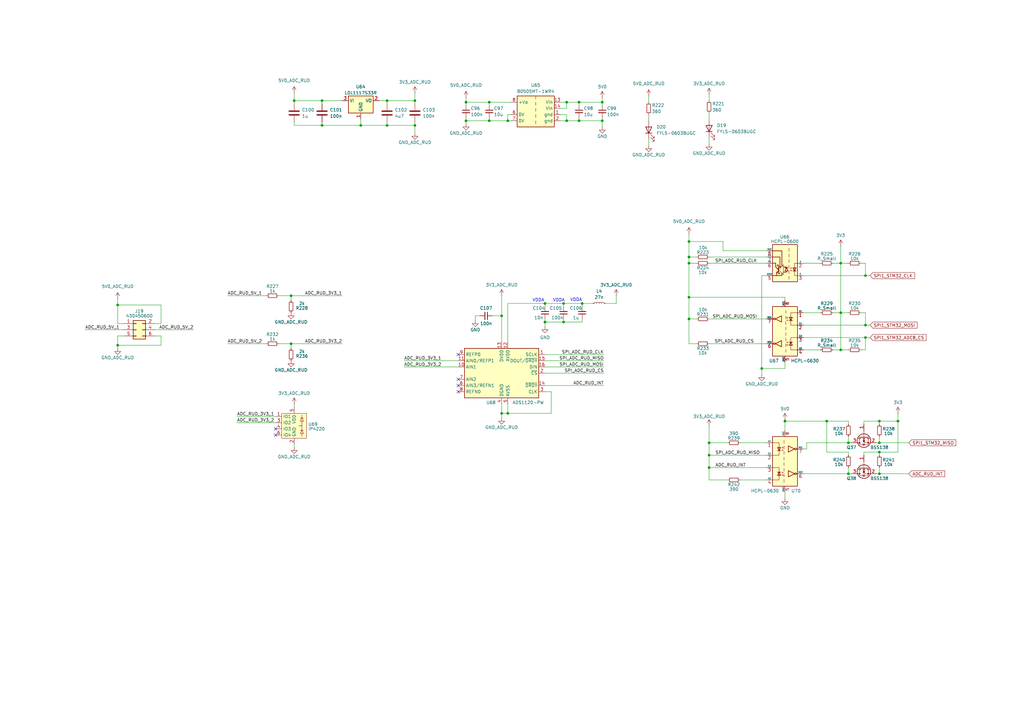
<source format=kicad_sch>
(kicad_sch (version 20231120) (generator "eeschema") (generator_version "8.0")
  (paper "A3")
  (lib_symbols
    (symbol "Analog_ADC:ADS1120-PW"
      (property "Reference" "U50" (at -6.35 -12.065 0))
      (property "Value" "ADS1120-PW" (at 4.445 -12.065 0))
      (symbol "ADS1120-PW_1_1"
        (pin input line (at 17.78 7.62 180) (length 2.54) (name "SCLK") (number "1"))
        (pin input line (at -17.78 2.54 0) (length 2.54) (name "AIN1") (number "10"))
        (pin input line (at -17.78 5.08 0) (length 2.54) (name "AIN0/REFP1") (number "11"))
        (pin power_in line (at 2.54 12.7 270) (length 2.54) (name "AVDD") (number "12"))
        (pin power_in line (at 0 12.7 270) (length 2.54) (name "DVDD") (number "13"))
        (pin output line (at 17.78 -5.08 180) (length 2.54) (name "~{DRDY}") (number "14"))
        (pin output line (at 17.78 5.08 180) (length 2.54) (name "DOUT/~{DRDY}") (number "15"))
        (pin input line (at 17.78 2.54 180) (length 2.54) (name "DIN") (number "16"))
        (pin input line (at 17.78 0 180) (length 2.54) (name "~{CS}") (number "2"))
        (pin input line (at 17.78 -7.62 180) (length 2.54) (name "CLK") (number "3"))
        (pin power_in line (at 0 -12.7 90) (length 2.54) (name "DGND") (number "4"))
        (pin power_in line (at 2.54 -12.7 90) (length 2.54) (name "AVSS") (number "5"))
        (pin input line (at -17.78 -5.08 0) (length 2.54) (name "AIN3/REFN1") (number "6"))
        (pin input line (at -17.78 -2.54 0) (length 2.54) (name "AIN2") (number "7"))
        (pin input line (at -17.78 -7.62 0) (length 2.54) (name "REFN0") (number "8"))
        (pin input line (at -17.78 7.62 0) (length 2.54) (name "REFP0") (number "9"))
      )
    )
    (symbol "Connector_Generic:Conn_02x03_Odd_Even" (pin_names (offset 1.016) hide)
      (property "Reference" "J" (at 1.27 5.08 0))
      (property "Value" "Conn_02x03_Odd_Even" (at 1.27 -5.08 0))
      (symbol "Conn_02x03_Odd_Even_1_1"
        (pin passive line (at -5.08 2.54 0) (length 3.81) (name "Pin_1") (number "1"))
        (pin passive line (at 7.62 2.54 180) (length 3.81) (name "Pin_2") (number "2"))
        (pin passive line (at -5.08 0 0) (length 3.81) (name "Pin_3") (number "3"))
        (pin passive line (at 7.62 0 180) (length 3.81) (name "Pin_4") (number "4"))
        (pin passive line (at -5.08 -2.54 0) (length 3.81) (name "Pin_5") (number "5"))
        (pin passive line (at 7.62 -2.54 180) (length 3.81) (name "Pin_6") (number "6"))
      )
    )
    (symbol "Device:C" (pin_numbers hide) (pin_names (offset 0.254))
      (property "Reference" "C" (at 0.635 2.54 0))
      (property "Value" "C" (at 0.635 -2.54 0))
      (symbol "C_1_1"
        (pin passive line (at 0 3.81 270) (length 2.794) (name "~") (number "1"))
        (pin passive line (at 0 -3.81 90) (length 2.794) (name "~") (number "2"))
      )
    )
    (symbol "Device:C_Small" (pin_numbers hide) (pin_names (offset 0.254) hide)
      (property "Reference" "C" (at 0.254 1.778 0))
      (property "Value" "C_Small" (at 0.254 -2.032 0))
      (symbol "C_Small_1_1"
        (pin passive line (at 0 2.54 270) (length 2.032) (name "~") (number "1"))
        (pin passive line (at 0 -2.54 90) (length 2.032) (name "~") (number "2"))
      )
    )
    (symbol "Device:LED" (pin_numbers hide) (pin_names (offset 1.016) hide)
      (property "Reference" "D" (at 0 2.54 0))
      (property "Value" "LED" (at 0 -2.54 0))
      (symbol "LED_1_1"
        (pin passive line (at -3.81 0 0) (length 2.54) (name "K") (number "1"))
        (pin passive line (at 3.81 0 180) (length 2.54) (name "A") (number "2"))
      )
    )
    (symbol "Device:L_Small" (pin_numbers hide) (pin_names (offset 0.254) hide)
      (property "Reference" "L" (at 0.762 1.016 0))
      (property "Value" "L_Small" (at 0.762 -1.016 0))
      (symbol "L_Small_1_1"
        (pin passive line (at 0 2.54 270) (length 0.508) (name "~") (number "1"))
        (pin passive line (at 0 -2.54 90) (length 0.508) (name "~") (number "2"))
      )
    )
    (symbol "Device:R_Small" (pin_numbers hide) (pin_names (offset 0.254) hide)
      (property "Reference" "R" (at 0.762 0.508 0))
      (property "Value" "R_Small" (at 0.762 -1.016 0))
      (symbol "R_Small_1_1"
        (pin passive line (at 0 2.54 270) (length 0.762) (name "~") (number "1"))
        (pin passive line (at 0 -2.54 90) (length 0.762) (name "~") (number "2"))
      )
    )
    (symbol "GND_1" (power) (pin_numbers hide) (pin_names (offset 0) hide)
      (property "Value" "GND" (at 0 -3.81 0))
      (symbol "GND_1_1_1"
        (pin power_in line (at 0 0 270) (length 0) (name "~") (number "1"))
      )
    )
    (symbol "ISO1050DUB_1"
      (property "Reference" "U4" (at 0 9.525 0))
      (property "Value" "ISO1050DUB" (at 0 6.985 0))
      (symbol "ISO1050DUB_1_1_1"
        (pin input line (at -10.16 -2.54 0) (length 2.54) (name "gnd") (number "1"))
        (pin power_in line (at -10.16 2.54 0) (length 2.54) (name "Vin") (number "13"))
        (pin output line (at -10.16 0 0) (length 2.54) (name "Vin") (number "14"))
        (pin power_in line (at -10.16 -5.08 0) (length 2.54) (name "gnd") (number "2"))
        (pin power_in line (at 10.16 -2.54 180) (length 2.54) (name "0V") (number "6"))
        (pin power_in line (at 10.16 -5.08 180) (length 2.54) (name "0V") (number "7"))
        (pin bidirectional line (at 10.16 2.54 180) (length 2.54) (name "+Vo") (number "8"))
      )
    )
    (symbol "Isolator:HCPL-0600" (pin_names (offset 0))
      (property "Reference" "U" (at -4.064 8.89 0))
      (property "Value" "HCPL-0600" (at 0.254 -9.144 0))
      (symbol "HCPL-0600_1_1"
        (pin no_connect line (at -5.08 5.08 0) (length 2.54) hide (name "NC") (number "1"))
        (pin passive line (at -7.62 0 0) (length 2.54) (name "A") (number "2"))
        (pin passive line (at -7.62 -5.08 0) (length 2.54) (name "C") (number "3"))
        (pin power_in line (at 7.62 -5.08 180) (length 2.54) (name "GND") (number "5"))
        (pin open_collector line (at 7.62 0 180) (length 2.54) (name "VO") (number "6"))
        (pin input line (at 7.62 2.54 180) (length 2.54) (name "EN") (number "7"))
        (pin power_in line (at 7.62 5.08 180) (length 2.54) (name "VCC") (number "8"))
      )
    )
    (symbol "Isolator:HCPL-0630" (pin_names (offset 0))
      (property "Reference" "U" (at -4.064 11.43 0))
      (property "Value" "HCPL-0630" (at 7.874 11.43 0))
      (symbol "HCPL-0630_1_1"
        (pin passive line (at -7.62 7.62 0) (length 2.54) (name "A1") (number "1"))
        (pin passive line (at -7.62 2.54 0) (length 2.54) (name "C1") (number "2"))
        (pin passive line (at -7.62 -2.54 0) (length 2.54) (name "C2") (number "3"))
        (pin passive line (at -7.62 -7.62 0) (length 2.54) (name "A2") (number "4"))
        (pin power_in line (at 0 -12.7 90) (length 2.54) (name "GND") (number "5"))
        (pin open_collector line (at 7.62 -5.08 180) (length 2.54) (name "VO2") (number "6"))
        (pin open_collector line (at 7.62 5.08 180) (length 2.54) (name "VO1") (number "7"))
        (pin power_in line (at 0 12.7 270) (length 2.54) (name "VCC") (number "8"))
      )
    )
    (symbol "Regulator_Linear:LD1117S33TR_SOT223"
      (property "Reference" "U" (at -3.81 3.175 0))
      (property "Value" "LD1117S33TR_SOT223" (at 0 3.175 0))
      (symbol "LD1117S33TR_SOT223_1_1"
        (pin power_in line (at 0 -7.62 90) (length 2.54) (name "GND") (number "1"))
        (pin power_out line (at 7.62 0 180) (length 2.54) (name "VO") (number "2"))
        (pin power_in line (at -7.62 0 0) (length 2.54) (name "VI") (number "3"))
      )
    )
    (symbol "Transistor_FET:BSS138" (pin_names hide)
      (property "Reference" "Q" (at 5.08 1.905 0))
      (property "Value" "BSS138" (at 5.08 0 0))
      (symbol "BSS138_1_1"
        (pin input line (at -5.08 0 0) (length 2.54) (name "G") (number "1"))
        (pin passive line (at 2.54 -5.08 90) (length 2.54) (name "S") (number "2"))
        (pin passive line (at 2.54 5.08 270) (length 2.54) (name "D") (number "3"))
      )
    )
    (symbol "power:+5V" (power) (pin_numbers hide) (pin_names (offset 0) hide)
      (property "Value" "+5V" (at 0 3.556 0))
      (symbol "+5V_1_1"
        (pin power_in line (at 0 0 90) (length 0) (name "~") (number "1"))
      )
    )
    (symbol "power:GND" (power) (pin_names (offset 0))
      (property "Value" "GND" (at 0 -3.81 0))
      (symbol "GND_1_1"
        (pin power_in line (at 0 0 270) (length 0) hide (name "GND") (number "1"))
      )
    )
    (symbol "user_lib:IP4220"
      (property "Reference" "U" (at 4.572 -7.366 0))
      (property "Value" "IP4220" (at 4.572 -7.366 0))
      (symbol "IP4220_1_1"
        (pin input line (at -7.62 3.81 0) (length 2.54) (name "IO1") (number "1"))
        (pin input line (at 0 -7.62 90) (length 2.54) (name "GND") (number "2"))
        (pin input line (at -7.62 1.27 0) (length 2.54) (name "IO2") (number "3"))
        (pin input line (at -7.62 -1.27 0) (length 2.54) (name "IO3") (number "4"))
        (pin input line (at 0 7.62 270) (length 2.54) (name "VDD") (number "5"))
        (pin input line (at -7.62 -3.81 0) (length 2.54) (name "IO4") (number "6"))
      )
    )
  )
  (junction (at 354.965 113.03))
  (junction (at 368.3 172.72))
  (junction (at 290.83 191.77))
  (junction (at 339.09 172.72))
  (junction (at 223.52 132.08))
  (junction (at 290.83 186.69))
  (junction (at 282.575 107.95))
  (junction (at 282.575 121.92))
  (junction (at 200.66 41.91))
  (junction (at 312.42 151.13))
  (junction (at 119.38 140.97))
  (junction (at 232.41 49.53))
  (junction (at 238.76 124.46))
  (junction (at 290.83 181.61))
  (junction (at 200.66 49.53))
  (junction (at 48.26 125.095))
  (junction (at 223.52 124.46))
  (junction (at 237.49 41.91))
  (junction (at 354.965 138.43))
  (junction (at 191.135 49.53))
  (junction (at 354.965 133.35))
  (junction (at 344.805 128.27))
  (junction (at 147.955 51.435))
  (junction (at 158.75 51.435))
  (junction (at 48.26 141.605))
  (junction (at 282.575 99.06))
  (junction (at 347.98 194.31))
  (junction (at 237.49 49.53))
  (junction (at 360.68 181.61))
  (junction (at 132.08 41.275))
  (junction (at 158.75 41.275))
  (junction (at 321.945 172.72))
  (junction (at 208.28 49.53))
  (junction (at 360.68 172.72))
  (junction (at 191.135 41.91))
  (junction (at 170.18 51.435))
  (junction (at 231.14 124.46))
  (junction (at 360.68 194.31))
  (junction (at 282.575 105.41))
  (junction (at 119.38 121.285))
  (junction (at 208.28 169.545))
  (junction (at 282.575 130.81))
  (junction (at 344.805 107.95))
  (junction (at 247.015 41.91))
  (junction (at 205.74 129.54))
  (junction (at 120.65 41.275))
  (junction (at 247.015 49.53))
  (junction (at 231.14 132.08))
  (junction (at 170.18 41.275))
  (junction (at 205.74 169.545))
  (junction (at 360.68 185.42))
  (junction (at 347.98 181.61))
  (junction (at 344.805 143.51))
  (junction (at 232.41 41.91))
  (junction (at 132.08 51.435))
  (no_connect (at 113.03 178.435))
  (no_connect (at 187.96 155.575))
  (no_connect (at 187.96 158.115))
  (no_connect (at 113.03 175.895))
  (no_connect (at 187.96 145.415))
  (no_connect (at 187.96 160.655))
  (wire (pts (xy 132.08 51.435) (xy 147.955 51.435)))
  (wire (pts (xy 368.3 172.72) (xy 360.68 172.72)))
  (wire (pts (xy 341.63 143.51) (xy 344.805 143.51)))
  (wire (pts (xy 223.52 145.415) (xy 247.65 145.415)))
  (wire (pts (xy 285.75 140.97) (xy 282.575 140.97)))
  (wire (pts (xy 347.98 186.69) (xy 347.98 185.42)))
  (wire (pts (xy 290.83 186.69) (xy 290.83 191.77)))
  (wire (pts (xy 191.135 49.53) (xy 200.66 49.53)))
  (wire (pts (xy 282.575 105.41) (xy 285.75 105.41)))
  (wire (pts (xy 354.965 133.35) (xy 356.87 133.35)))
  (wire (pts (xy 339.09 172.72) (xy 347.98 172.72)))
  (wire (pts (xy 48.26 141.605) (xy 48.26 137.795)))
  (wire (pts (xy 290.83 130.81) (xy 314.325 130.81)))
  (wire (pts (xy 266.065 57.15) (xy 266.065 59.69)))
  (wire (pts (xy 247.015 40.005) (xy 247.015 41.91)))
  (wire (pts (xy 347.98 173.99) (xy 347.98 172.72)))
  (wire (pts (xy 329.565 128.27) (xy 336.55 128.27)))
  (wire (pts (xy 290.83 181.61) (xy 290.83 186.69)))
  (wire (pts (xy 321.945 172.085) (xy 321.945 172.72)))
  (wire (pts (xy 119.38 140.97) (xy 140.335 140.97)))
  (wire (pts (xy 282.575 99.06) (xy 282.575 105.41)))
  (wire (pts (xy 201.93 129.54) (xy 205.74 129.54)))
  (wire (pts (xy 330.835 184.15) (xy 329.565 184.15)))
  (wire (pts (xy 114.3 121.285) (xy 119.38 121.285)))
  (wire (pts (xy 290.83 107.95) (xy 314.325 107.95)))
  (wire (pts (xy 344.805 143.51) (xy 344.805 128.27)))
  (wire (pts (xy 282.575 105.41) (xy 282.575 107.95)))
  (wire (pts (xy 237.49 41.91) (xy 237.49 43.18)))
  (wire (pts (xy 360.68 194.31) (xy 360.68 191.77)))
  (wire (pts (xy 205.74 169.545) (xy 208.28 169.545)))
  (wire (pts (xy 266.065 39.37) (xy 266.065 41.91)))
  (wire (pts (xy 132.08 50.165) (xy 132.08 51.435)))
  (wire (pts (xy 120.65 41.275) (xy 120.65 42.545)))
  (wire (pts (xy 229.87 49.53) (xy 232.41 49.53)))
  (wire (pts (xy 290.83 140.97) (xy 314.325 140.97)))
  (wire (pts (xy 223.52 153.035) (xy 247.65 153.035)))
  (wire (pts (xy 63.5 132.715) (xy 66.04 132.715)))
  (wire (pts (xy 312.42 113.03) (xy 312.42 151.13)))
  (wire (pts (xy 341.63 107.95) (xy 344.805 107.95)))
  (wire (pts (xy 360.68 181.61) (xy 360.68 179.07)))
  (wire (pts (xy 205.74 169.545) (xy 205.74 171.45)))
  (wire (pts (xy 170.18 54.61) (xy 170.18 51.435)))
  (wire (pts (xy 237.49 49.53) (xy 247.015 49.53)))
  (wire (pts (xy 48.26 125.095) (xy 66.04 125.095)))
  (wire (pts (xy 368.3 169.545) (xy 368.3 172.72)))
  (wire (pts (xy 205.74 165.735) (xy 205.74 169.545)))
  (wire (pts (xy 208.28 46.99) (xy 208.28 49.53)))
  (wire (pts (xy 97.155 173.355) (xy 113.03 173.355)))
  (wire (pts (xy 231.14 124.46) (xy 238.76 124.46)))
  (wire (pts (xy 196.85 129.54) (xy 194.945 129.54)))
  (wire (pts (xy 344.805 143.51) (xy 347.98 143.51)))
  (wire (pts (xy 208.28 124.46) (xy 208.28 140.335)))
  (wire (pts (xy 48.26 122.555) (xy 48.26 125.095)))
  (wire (pts (xy 349.25 181.61) (xy 347.98 181.61)))
  (wire (pts (xy 321.945 151.13) (xy 321.945 148.59)))
  (wire (pts (xy 205.74 121.285) (xy 205.74 129.54)))
  (wire (pts (xy 247.015 41.91) (xy 247.015 43.18)))
  (wire (pts (xy 48.26 125.095) (xy 48.26 132.715)))
  (wire (pts (xy 321.945 201.93) (xy 321.945 204.47)))
  (wire (pts (xy 329.565 143.51) (xy 336.55 143.51)))
  (wire (pts (xy 360.68 181.61) (xy 372.745 181.61)))
  (wire (pts (xy 360.68 185.42) (xy 360.68 186.69)))
  (wire (pts (xy 282.575 107.95) (xy 282.575 121.92)))
  (wire (pts (xy 208.28 49.53) (xy 209.55 49.53)))
  (wire (pts (xy 223.52 125.73) (xy 223.52 124.46)))
  (wire (pts (xy 114.3 140.97) (xy 119.38 140.97)))
  (wire (pts (xy 282.575 121.92) (xy 321.945 121.92)))
  (wire (pts (xy 266.065 46.99) (xy 266.065 49.53)))
  (wire (pts (xy 290.83 186.69) (xy 314.325 186.69)))
  (wire (pts (xy 341.63 128.27) (xy 344.805 128.27)))
  (wire (pts (xy 353.06 107.95) (xy 354.965 107.95)))
  (wire (pts (xy 229.87 44.45) (xy 232.41 44.45)))
  (wire (pts (xy 229.87 46.99) (xy 232.41 46.99)))
  (wire (pts (xy 200.66 49.53) (xy 208.28 49.53)))
  (wire (pts (xy 231.14 124.46) (xy 231.14 125.73)))
  (wire (pts (xy 119.38 123.19) (xy 119.38 121.285)))
  (wire (pts (xy 158.75 41.275) (xy 170.18 41.275)))
  (wire (pts (xy 339.09 172.72) (xy 321.945 172.72)))
  (wire (pts (xy 354.965 113.03) (xy 356.87 113.03)))
  (wire (pts (xy 63.5 137.795) (xy 66.04 137.795)))
  (wire (pts (xy 223.52 147.955) (xy 247.65 147.955)))
  (wire (pts (xy 191.135 48.26) (xy 191.135 49.53)))
  (wire (pts (xy 170.18 41.275) (xy 170.18 42.545)))
  (wire (pts (xy 354.33 185.42) (xy 360.68 185.42)))
  (wire (pts (xy 79.375 135.255) (xy 63.5 135.255)))
  (wire (pts (xy 354.33 186.69) (xy 354.33 185.42)))
  (wire (pts (xy 120.65 165.735) (xy 120.65 167.005)))
  (wire (pts (xy 247.015 48.26) (xy 247.015 49.53)))
  (wire (pts (xy 344.805 100.965) (xy 344.805 107.95)))
  (wire (pts (xy 290.83 174.625) (xy 290.83 181.61)))
  (wire (pts (xy 223.52 158.115) (xy 247.65 158.115)))
  (wire (pts (xy 48.26 141.605) (xy 66.04 141.605)))
  (wire (pts (xy 223.52 130.81) (xy 223.52 132.08)))
  (wire (pts (xy 290.83 56.515) (xy 290.83 59.055)))
  (wire (pts (xy 191.135 41.91) (xy 191.135 43.18)))
  (wire (pts (xy 354.965 143.51) (xy 354.965 138.43)))
  (wire (pts (xy 354.33 173.99) (xy 354.33 172.72)))
  (wire (pts (xy 232.41 44.45) (xy 232.41 41.91)))
  (wire (pts (xy 232.41 46.99) (xy 232.41 49.53)))
  (wire (pts (xy 205.74 129.54) (xy 205.74 140.335)))
  (wire (pts (xy 158.75 41.275) (xy 158.75 42.545)))
  (wire (pts (xy 329.565 107.95) (xy 336.55 107.95)))
  (wire (pts (xy 232.41 41.91) (xy 237.49 41.91)))
  (wire (pts (xy 158.75 51.435) (xy 158.75 50.165)))
  (wire (pts (xy 165.735 147.955) (xy 187.96 147.955)))
  (wire (pts (xy 237.49 41.91) (xy 247.015 41.91)))
  (wire (pts (xy 226.06 169.545) (xy 208.28 169.545)))
  (wire (pts (xy 360.68 194.31) (xy 372.745 194.31)))
  (wire (pts (xy 232.41 49.53) (xy 237.49 49.53)))
  (wire (pts (xy 238.76 124.46) (xy 243.205 124.46)))
  (wire (pts (xy 48.26 142.875) (xy 48.26 141.605)))
  (wire (pts (xy 238.76 130.81) (xy 238.76 132.08)))
  (wire (pts (xy 252.73 121.285) (xy 252.73 124.46)))
  (wire (pts (xy 344.805 107.95) (xy 347.98 107.95)))
  (wire (pts (xy 226.06 160.655) (xy 226.06 169.545)))
  (wire (pts (xy 120.65 51.435) (xy 120.65 50.165)))
  (wire (pts (xy 238.76 124.46) (xy 238.76 125.73)))
  (wire (pts (xy 282.575 140.97) (xy 282.575 130.81)))
  (wire (pts (xy 296.545 102.87) (xy 296.545 99.06)))
  (wire (pts (xy 119.38 121.285) (xy 140.335 121.285)))
  (wire (pts (xy 231.14 130.81) (xy 231.14 132.08)))
  (wire (pts (xy 208.28 124.46) (xy 223.52 124.46)))
  (wire (pts (xy 247.015 49.53) (xy 247.015 52.07)))
  (wire (pts (xy 298.45 196.85) (xy 290.83 196.85)))
  (wire (pts (xy 226.06 160.655) (xy 223.52 160.655)))
  (wire (pts (xy 330.835 184.15) (xy 330.835 181.61)))
  (wire (pts (xy 368.3 185.42) (xy 368.3 172.72)))
  (wire (pts (xy 50.8 137.795) (xy 48.26 137.795)))
  (wire (pts (xy 208.28 46.99) (xy 209.55 46.99)))
  (wire (pts (xy 285.75 130.81) (xy 282.575 130.81)))
  (wire (pts (xy 200.66 48.26) (xy 200.66 49.53)))
  (wire (pts (xy 290.83 46.355) (xy 290.83 48.895)))
  (wire (pts (xy 347.98 194.31) (xy 347.98 191.77)))
  (wire (pts (xy 120.65 51.435) (xy 132.08 51.435)))
  (wire (pts (xy 329.565 113.03) (xy 354.965 113.03)))
  (wire (pts (xy 200.66 41.91) (xy 200.66 43.18)))
  (wire (pts (xy 339.09 185.42) (xy 339.09 172.72)))
  (wire (pts (xy 312.42 151.13) (xy 312.42 153.67)))
  (wire (pts (xy 93.345 121.285) (xy 109.22 121.285)))
  (wire (pts (xy 223.52 150.495) (xy 247.65 150.495)))
  (wire (pts (xy 132.08 41.275) (xy 140.335 41.275)))
  (wire (pts (xy 170.18 50.165) (xy 170.18 51.435)))
  (wire (pts (xy 312.42 151.13) (xy 321.945 151.13)))
  (wire (pts (xy 314.325 113.03) (xy 312.42 113.03)))
  (wire (pts (xy 282.575 130.81) (xy 282.575 121.92)))
  (wire (pts (xy 290.83 105.41) (xy 314.325 105.41)))
  (wire (pts (xy 321.945 121.92) (xy 321.945 123.19)))
  (wire (pts (xy 191.135 49.53) (xy 191.135 50.8)))
  (wire (pts (xy 191.135 41.91) (xy 200.66 41.91)))
  (wire (pts (xy 282.575 107.95) (xy 285.75 107.95)))
  (wire (pts (xy 66.04 125.095) (xy 66.04 132.715)))
  (wire (pts (xy 330.835 181.61) (xy 347.98 181.61)))
  (wire (pts (xy 329.565 138.43) (xy 354.965 138.43)))
  (wire (pts (xy 223.52 124.46) (xy 231.14 124.46)))
  (wire (pts (xy 229.87 41.91) (xy 232.41 41.91)))
  (wire (pts (xy 360.68 172.72) (xy 360.68 173.99)))
  (wire (pts (xy 354.33 172.72) (xy 360.68 172.72)))
  (wire (pts (xy 290.83 38.735) (xy 290.83 41.275)))
  (wire (pts (xy 296.545 102.87) (xy 314.325 102.87)))
  (wire (pts (xy 353.06 128.27) (xy 354.965 128.27)))
  (wire (pts (xy 321.945 172.72) (xy 321.945 176.53)))
  (wire (pts (xy 147.955 51.435) (xy 158.75 51.435)))
  (wire (pts (xy 282.575 99.06) (xy 296.545 99.06)))
  (wire (pts (xy 194.945 129.54) (xy 194.945 131.445)))
  (wire (pts (xy 147.955 51.435) (xy 147.955 48.895)))
  (wire (pts (xy 354.965 128.27) (xy 354.965 133.35)))
  (wire (pts (xy 155.575 41.275) (xy 158.75 41.275)))
  (wire (pts (xy 359.41 181.61) (xy 360.68 181.61)))
  (wire (pts (xy 347.98 181.61) (xy 347.98 179.07)))
  (wire (pts (xy 344.805 107.95) (xy 344.805 128.27)))
  (wire (pts (xy 66.04 141.605) (xy 66.04 137.795)))
  (wire (pts (xy 208.28 169.545) (xy 208.28 165.735)))
  (wire (pts (xy 158.75 51.435) (xy 170.18 51.435)))
  (wire (pts (xy 93.345 140.97) (xy 109.22 140.97)))
  (wire (pts (xy 97.155 170.815) (xy 113.03 170.815)))
  (wire (pts (xy 223.52 132.08) (xy 231.14 132.08)))
  (wire (pts (xy 120.65 38.1) (xy 120.65 41.275)))
  (wire (pts (xy 290.83 191.77) (xy 290.83 196.85)))
  (wire (pts (xy 120.65 41.275) (xy 132.08 41.275)))
  (wire (pts (xy 223.52 132.08) (xy 223.52 133.985)))
  (wire (pts (xy 353.06 143.51) (xy 354.965 143.51)))
  (wire (pts (xy 360.68 185.42) (xy 368.3 185.42)))
  (wire (pts (xy 237.49 48.26) (xy 237.49 49.53)))
  (wire (pts (xy 290.83 181.61) (xy 298.45 181.61)))
  (wire (pts (xy 50.8 132.715) (xy 48.26 132.715)))
  (wire (pts (xy 248.285 124.46) (xy 252.73 124.46)))
  (wire (pts (xy 359.41 194.31) (xy 360.68 194.31)))
  (wire (pts (xy 349.25 194.31) (xy 347.98 194.31)))
  (wire (pts (xy 165.735 150.495) (xy 187.96 150.495)))
  (wire (pts (xy 314.325 196.85) (xy 303.53 196.85)))
  (wire (pts (xy 354.965 138.43) (xy 356.87 138.43)))
  (wire (pts (xy 329.565 133.35) (xy 354.965 133.35)))
  (wire (pts (xy 329.565 194.31) (xy 347.98 194.31)))
  (wire (pts (xy 290.83 191.77) (xy 314.325 191.77)))
  (wire (pts (xy 120.65 182.245) (xy 120.65 183.515)))
  (wire (pts (xy 347.98 185.42) (xy 339.09 185.42)))
  (wire (pts (xy 354.965 107.95) (xy 354.965 113.03)))
  (wire (pts (xy 170.18 38.1) (xy 170.18 41.275)))
  (wire (pts (xy 344.805 128.27) (xy 347.98 128.27)))
  (wire (pts (xy 303.53 181.61) (xy 314.325 181.61)))
  (wire (pts (xy 34.925 135.255) (xy 50.8 135.255)))
  (wire (pts (xy 191.135 40.005) (xy 191.135 41.91)))
  (wire (pts (xy 231.14 132.08) (xy 238.76 132.08)))
  (wire (pts (xy 119.38 142.875) (xy 119.38 140.97)))
  (wire (pts (xy 132.08 41.275) (xy 132.08 42.545)))
  (wire (pts (xy 282.575 95.885) (xy 282.575 99.06)))
  (wire (pts (xy 200.66 41.91) (xy 209.55 41.91)))
  (text "VDDA" (at 223.266 123.952 0) (effects (font (size 1.27 1.27)) (justify right bottom)))
  (text "VDDA" (at 231.648 123.952 0) (effects (font (size 1.27 1.27)) (justify right bottom)))
  (text "VDDA" (at 238.76 123.825 0) (effects (font (size 1.27 1.27)) (justify right bottom)))
  (label "ADC_RUD_5V_1" (at 93.345 121.285 0))
  (label "SPI_ADC_RUD_MISO" (at 293.37 186.69 0))
  (label "SPI_ADC_RUD_CLK" (at 247.65 145.415 180))
  (label "ADC_RUD_INT" (at 293.37 191.77 0))
  (label "ADC_RUD_5V_1" (at 34.925 135.255 0))
  (label "SPI_ADC_RUD_CS" (at 309.245 140.97 180))
  (label "ADC_RUD_5V_2" (at 93.345 140.97 0))
  (label "ADC_RUD_3V3_1" (at 165.735 147.955 0))
  (label "ADC_RUD_5V_2" (at 79.375 135.255 180))
  (label "ADC_RUD_3V3_1" (at 140.335 121.285 180))
  (label "SPI_ADC_RUD_MISO" (at 247.65 147.955 180))
  (label "ADC_RUD_3V3_1" (at 97.155 170.815 0))
  (label "SPI_ADC_RUD_MOSI" (at 310.515 130.81 180))
  (label "SPI_ADC_RUD_MOSI" (at 247.65 150.495 180))
  (label "ADC_RUD_INT" (at 247.65 158.115 180))
  (label "SPI_ADC_RUD_CLK" (at 310.515 107.95 180))
  (label "ADC_RUD_3V3_2" (at 140.335 140.97 180))
  (label "ADC_RUD_3V3_2" (at 97.155 173.355 0))
  (label "ADC_RUD_3V3_2" (at 165.735 150.495 0))
  (label "SPI_ADC_RUD_CS" (at 247.65 153.035 180))
  (global_label "SPI1_STM32_ADC8_CS" (shape input) (at 356.87 138.43 0) (property "Intersheetrefs" "${INTERSHEET_REFS}" (effects (hide yes))))
  (global_label "SPI1_STM32_CLK" (shape input) (at 356.87 113.03 0) (property "Intersheetrefs" "${INTERSHEET_REFS}" (effects (hide yes))))
  (global_label "SPI1_STM32_MISO" (shape input) (at 372.745 181.61 0) (property "Intersheetrefs" "${INTERSHEET_REFS}" (effects (hide yes))))
  (global_label "SPI1_STM32_MOSI" (shape input) (at 356.87 133.35 0) (property "Intersheetrefs" "${INTERSHEET_REFS}" (effects (hide yes))))
  (global_label "ADC_RUD_INT" (shape input) (at 372.745 194.31 0) (property "Intersheetrefs" "${INTERSHEET_REFS}" (effects (hide yes))))
  (symbol (lib_id "Device:C_Small") (at 231.14 128.27 180) (unit 1)
    (property "Reference" "C105" (at 227.965 126.365 0))
    (property "Value" "100n" (at 228.6 130.302 0))
    (property "Мин. кол-во" "300" (effects (hide yes)))
    (property "Ссылка" "https://www.promelec.ru/product/323633/" (effects (hide yes)))
    (property "Цена" "2" (effects (hide yes)))
    (property "Человекопонятное название" "Керамический ЧИП-конденсатор 0603 X7R 0.1мкФ" (effects (hide yes)))
  )
  (symbol (lib_id "power:GND") (at 170.18 54.61 0) (unit 1)
    (property "Reference" "#PWR0210" (effects (hide yes)))
    (property "Value" "GND_ADC_RUD" (at 170.18 58.42 0))
  )
  (symbol (lib_id "Device:R_Small") (at 266.065 44.45 180) (unit 1)
    (property "Reference" "R222" (at 269.875 43.18 0))
    (property "Value" "360" (at 269.24 45.72 0))
    (property "Description" "Resistor, small symbol" (effects (hide yes)))
    (property "Мин. кол-во" "100" (effects (hide yes)))
    (property "Ссылка" "https://www.promelec.ru/product/46471/" (effects (hide yes)))
    (property "Цена" "1" (effects (hide yes)))
    (property "Человекопонятное название" "Толстопленочный ЧИП-резистор 0603 360Ом" (effects (hide yes)))
  )
  (symbol (lib_id "Regulator_Linear:LD1117S33TR_SOT223") (at 147.955 41.275 0) (unit 1)
    (property "Reference" "U64" (at 147.955 35.56 0))
    (property "Value" "LDL1117S33R" (at 147.955 38.1 0))
    (property "Datasheet" "http://www.st.com/st-web-ui/static/active/en/resource/technical/document/datasheet/CD00000544.pdf" (effects (hide yes)))
    (property "Ссылка" "https://www.promelec.ru/product/429209/" (effects (hide yes)))
    (property "Цена" "21" (effects (hide yes)))
    (property "Человекопонятное название" "Линейный стабилизатор с низким падением напряжения положительной полярности" (effects (hide yes)))
    (property "Мин. кол-во" "24" (effects (hide yes)))
  )
  (symbol (lib_id "power:GND") (at 312.42 153.67 0) (unit 1)
    (property "Reference" "#PWR0223" (effects (hide yes)))
    (property "Value" "GND_ADC_RUD" (at 312.42 157.48 0))
  )
  (symbol (lib_id "power:+5V") (at 205.74 121.285 0) (unit 1)
    (property "Reference" "#PWR0215" (effects (hide yes)))
    (property "Value" "3V3_ADC_RUD" (at 205.74 116.84 0))
    (property "Description" "Power symbol creates a global label with name \"+5V\"" (effects (hide yes)))
  )
  (symbol (lib_id "power:+5V") (at 170.18 38.1 0) (unit 1)
    (property "Reference" "#PWR0203" (effects (hide yes)))
    (property "Value" "3V3_ADC_RUD" (at 170.18 33.655 0))
    (property "Description" "Power symbol creates a global label with name \"+5V\"" (effects (hide yes)))
  )
  (symbol (lib_id "Isolator:HCPL-0630") (at 321.945 135.89 0) (mirror y) (unit 1)
    (property "Reference" "U67" (at 319.405 147.955 0) (effects (justify left)))
    (property "Value" "HCPL-0630" (at 335.915 147.955 0) (effects (justify left)))
    (property "Datasheet" "https://docs.broadcom.com/docs/AV02-0940EN" (effects (hide yes)))
    (property "Description" "Dual High Speed LSTTL/TTL Compatible Optocoupler, dV/dt 5000/us, VCM 1000, max 7V VCC, SOIC-8" (effects (hide yes)))
    (property "Мин. кол-во" "1" (effects (hide yes)))
    (property "Ссылка" "https://energoflot.ru/item/HCPL-0630-500E" (effects (hide yes)))
    (property "Цена" "229" (effects (hide yes)))
    (property "Человекопонятное название" "Быстродействующая оптопара" (effects (hide yes)))
  )
  (symbol (lib_id "power:GND") (at 48.26 142.875 0) (unit 1)
    (property "Reference" "#PWR0221" (effects (hide yes)))
    (property "Value" "GND_ADC_RUD" (at 48.26 146.685 0))
  )
  (symbol (lib_id "power:+5V") (at 290.83 38.735 0) (unit 1)
    (property "Reference" "#PWR0204" (effects (hide yes)))
    (property "Value" "3V3_ADC_RUD" (at 290.83 34.29 0))
    (property "Description" "Power symbol creates a global label with name \"+5V\"" (effects (hide yes)))
  )
  (symbol (lib_id "power:+5V") (at 191.135 40.005 0) (unit 1)
    (property "Reference" "#PWR0206" (effects (hide yes)))
    (property "Value" "5V0_ADC_RUD" (at 191.135 34.925 0))
    (property "Description" "Power symbol creates a global label with name \"+5V\"" (effects (hide yes)))
  )
  (symbol (lib_id "Device:R_Small") (at 300.99 196.85 270) (unit 1)
    (property "Reference" "R242" (at 298.45 198.755 90) (effects (justify left)))
    (property "Value" "390" (at 299.085 200.66 90) (effects (justify left)))
    (property "Description" "Resistor, small symbol" (effects (hide yes)))
    (property "Мин. кол-во" "100" (effects (hide yes)))
    (property "Ссылка" "https://www.promelec.ru/product/15311/" (effects (hide yes)))
    (property "Цена" "1" (effects (hide yes)))
    (property "Человекопонятное название" "Толстопленочный ЧИП-резистор 0603 390Ом" (effects (hide yes)))
  )
  (symbol (lib_id "power:GND") (at 119.38 147.955 0) (unit 1)
    (property "Reference" "#PWR0222" (effects (hide yes)))
    (property "Value" "GND_ADC_RUD" (at 119.38 151.765 0))
  )
  (symbol (lib_id "Transistor_FET:BSS138") (at 354.33 191.77 90) (mirror x) (unit 1)
    (property "Reference" "Q38" (at 349.25 196.215 90))
    (property "Value" "BSS138" (at 360.68 196.215 90))
    (property "Datasheet" "https://www.onsemi.com/pub/Collateral/BSS138-D.PDF" (effects (hide yes)))
    (property "Ссылка" "https://www.promelec.ru/product/303635/" (effects (hide yes)))
    (property "Цена" "14" (effects (hide yes)))
    (property "Человекопонятное название" "Транзистор полевой N-канальный" (effects (hide yes)))
    (property "Мин. кол-во" "38" (effects (hide yes)))
  )
  (symbol (lib_id "Device:R_Small") (at 360.68 189.23 0) (unit 1)
    (property "Reference" "R241" (at 361.95 188.595 0) (effects (justify left)))
    (property "Value" "10k" (at 362.585 190.5 0) (effects (justify left)))
    (property "Ссылка" "https://www.promelec.ru/product/344748/" (effects (hide yes)))
    (property "Цена" "1" (effects (hide yes)))
    (property "Человекопонятное название" "Толстопленочный ЧИП-резистор 0603 10кОм" (effects (hide yes)))
    (property "Мин. кол-во" "1000" (effects (hide yes)))
  )
  (symbol (lib_id "Device:R_Small") (at 339.09 143.51 90) (unit 1)
    (property "Reference" "R234" (at 339.09 139.7 90))
    (property "Value" "R_Small" (at 339.09 141.605 90))
    (property "Description" "Resistor, small symbol" (effects (hide yes)))
  )
  (symbol (lib_id "Device:C") (at 132.08 46.355 0) (unit 1)
    (property "Reference" "C101" (at 135.255 45.085 0) (effects (justify left)))
    (property "Value" "100n" (at 135.255 47.625 0) (effects (justify left)))
    (property "Ссылка" "https://www.promelec.ru/product/323633/" (effects (hide yes)))
    (property "Цена" "2" (effects (hide yes)))
    (property "Человекопонятное название" "Керамический ЧИП-конденсатор 0603 X7R 0.1мкФ" (effects (hide yes)))
    (property "Мин. кол-во" "300" (effects (hide yes)))
  )
  (symbol (lib_id "power:GND") (at 194.945 131.445 0) (unit 1)
    (property "Reference" "#PWR0219" (effects (hide yes)))
    (property "Value" "GND" (at 194.945 135.255 0))
    (property "Description" "Power symbol creates a global label with name \"GND\" , ground" (effects (hide yes)))
  )
  (symbol (lib_id "Device:C_Small") (at 223.52 128.27 180) (unit 1)
    (property "Reference" "C104" (at 220.98 126.365 0))
    (property "Value" "10n" (at 220.98 130.302 0))
    (property "Мин. кол-во" "500" (effects (hide yes)))
    (property "Ссылка" "https://www.promelec.ru/product/327806/" (effects (hide yes)))
    (property "Цена" "2" (effects (hide yes)))
    (property "Человекопонятное название" "Керамический ЧИП-конденсатор 0603" (effects (hide yes)))
  )
  (symbol (lib_id "Device:C_Small") (at 199.39 129.54 270) (unit 1)
    (property "Reference" "C107" (at 199.39 126.365 90))
    (property "Value" "100n" (at 199.39 132.715 90))
    (property "Мин. кол-во" "300" (effects (hide yes)))
    (property "Ссылка" "https://www.promelec.ru/product/323633/" (effects (hide yes)))
    (property "Цена" "2" (effects (hide yes)))
    (property "Человекопонятное название" "Керамический ЧИП-конденсатор 0603 X7R 0.1мкФ" (effects (hide yes)))
  )
  (symbol (lib_id "power:+5V") (at 252.73 121.285 0) (unit 1)
    (property "Reference" "#PWR0216" (effects (hide yes)))
    (property "Value" "3V3_ADC_RUD" (at 252.73 116.84 0))
    (property "Description" "Power symbol creates a global label with name \"+5V\"" (effects (hide yes)))
  )
  (symbol (lib_id "Device:C_Small") (at 200.66 45.72 0) (unit 1)
    (property "Reference" "C97" (at 202.565 44.45 0) (effects (justify left)))
    (property "Value" "10u" (at 202.565 46.99 0) (effects (justify left)))
    (property "Ссылка" "https://www.promelec.ru/product/430347/" (effects (hide yes)))
    (property "Цена" "4" (effects (hide yes)))
    (property "Человекопонятное название" "Керамический ЧИП-конденсатор 0603 X5R 10мкФ" (effects (hide yes)))
    (property "Мин. кол-во" "200" (effects (hide yes)))
  )
  (symbol (lib_id "Device:LED") (at 290.83 52.705 90) (unit 1)
    (property "Reference" "D19" (at 294.005 51.435 90) (effects (justify right)))
    (property "Value" "FYLS-0603BUGC" (at 294.005 53.975 90) (effects (justify right)))
    (property "Footprint" "LED_SMD:LED_0603_1608Metric" (effects (hide yes)))
    (property "Description" "Light emitting diode" (effects (hide yes)))
    (property "Мин. кол-во" "3" (effects (hide yes)))
    (property "Ссылка" "https://www.promelec.ru/product/324327/" (effects (hide yes)))
    (property "Цена" "5" (effects (hide yes)))
    (property "Человекопонятное название" "Светодиод smd 1,6х0,8мм/зеленый/568нм/65мкд/прозрачный/130°" (effects (hide yes)))
  )
  (symbol (lib_id "Device:L_Small") (at 245.745 124.46 90) (unit 1)
    (property "Reference" "L4" (at 245.745 119.38 90))
    (property "Value" "27n" (at 245.745 121.92 90))
    (property "Description" "Inductor, small symbol" (effects (hide yes)))
    (property "Мин. кол-во" "5" (effects (hide yes)))
    (property "Ссылка" "https://www.chipdip.ru/product/lqw18an27ng" (effects (hide yes)))
    (property "Цена" "20" (effects (hide yes)))
    (property "Человекопонятное название" "Индуктивность SMD" (effects (hide yes)))
  )
  (symbol (lib_id "Device:R_Small") (at 360.68 176.53 0) (unit 1)
    (property "Reference" "R238" (at 361.95 175.895 0) (effects (justify left)))
    (property "Value" "10k" (at 362.585 177.8 0) (effects (justify left)))
    (property "Ссылка" "https://www.promelec.ru/product/344748/" (effects (hide yes)))
    (property "Цена" "1" (effects (hide yes)))
    (property "Человекопонятное название" "Толстопленочный ЧИП-резистор 0603 10кОм" (effects (hide yes)))
    (property "Мин. кол-во" "1000" (effects (hide yes)))
  )
  (symbol (lib_id "Device:C") (at 170.18 46.355 0) (unit 1)
    (property "Reference" "C103" (at 173.355 45.085 0) (effects (justify left)))
    (property "Value" "100n" (at 173.355 47.625 0) (effects (justify left)))
    (property "Ссылка" "https://www.promelec.ru/product/323633/" (effects (hide yes)))
    (property "Цена" "2" (effects (hide yes)))
    (property "Человекопонятное название" "Керамический ЧИП-конденсатор 0603 X7R 0.1мкФ" (effects (hide yes)))
    (property "Мин. кол-во" "300" (effects (hide yes)))
  )
  (symbol (lib_id "power:GND") (at 247.015 52.07 0) (unit 1)
    (property "Reference" "#PWR0209" (effects (hide yes)))
    (property "Value" "GND" (at 247.015 55.88 0))
  )
  (symbol (lib_id "power:+5V") (at 344.805 100.965 0) (unit 1)
    (property "Reference" "#PWR0214" (effects (hide yes)))
    (property "Value" "3V3" (at 344.805 96.52 0))
    (property "Description" "Power symbol creates a global label with name \"+5V\"" (effects (hide yes)))
  )
  (symbol (lib_id "power:+5V") (at 290.83 174.625 0) (unit 1)
    (property "Reference" "#PWR0228" (effects (hide yes)))
    (property "Value" "3V3_ADC_RUD" (at 290.83 170.815 0))
    (property "Description" "Power symbol creates a global label with name \"+5V\"" (effects (hide yes)))
  )
  (symbol (lib_id "power:+5V") (at 247.015 40.005 0) (unit 1)
    (property "Reference" "#PWR0207" (effects (hide yes)))
    (property "Value" "5V0" (at 247.015 35.56 0))
    (property "Description" "Power symbol creates a global label with name \"+5V\"" (effects (hide yes)))
  )
  (symbol (lib_id "power:GND") (at 205.74 171.45 0) (unit 1)
    (property "Reference" "#PWR0226" (effects (hide yes)))
    (property "Value" "GND_ADC_RUD" (at 205.74 175.26 0))
  )
  (symbol (lib_id "Device:R_Small") (at 290.83 43.815 180) (unit 1)
    (property "Reference" "R221" (at 294.64 42.545 0))
    (property "Value" "360" (at 294.005 45.085 0))
    (property "Description" "Resistor, small symbol" (effects (hide yes)))
    (property "Мин. кол-во" "100" (effects (hide yes)))
    (property "Ссылка" "https://www.promelec.ru/product/46471/" (effects (hide yes)))
    (property "Цена" "1" (effects (hide yes)))
    (property "Человекопонятное название" "Толстопленочный ЧИП-резистор 0603 360Ом" (effects (hide yes)))
  )
  (symbol (lib_id "Device:R_Small") (at 119.38 145.415 180) (unit 1)
    (property "Reference" "R236" (at 123.825 146.05 0))
    (property "Value" "2k" (at 123.825 144.145 0))
    (property "Description" "Resistor, small symbol" (effects (hide yes)))
    (property "Мин. кол-во" "100" (effects (hide yes)))
    (property "Ссылка" "https://www.promelec.ru/product/22279/" (effects (hide yes)))
    (property "Цена" "1" (effects (hide yes)))
    (property "Человекопонятное название" "Толстопленочный ЧИП-резистор 0603 2кОм" (effects (hide yes)))
  )
  (symbol (lib_id "Device:R_Small") (at 288.29 130.81 90) (unit 1)
    (property "Reference" "R231" (at 290.83 128.905 90) (effects (justify left)))
    (property "Value" "10k" (at 290.195 127 90) (effects (justify left)))
    (property "Description" "Resistor, small symbol" (effects (hide yes)))
    (property "Мин. кол-во" "1000" (effects (hide yes)))
    (property "Ссылка" "https://www.promelec.ru/product/344748/" (effects (hide yes)))
    (property "Цена" "1" (effects (hide yes)))
    (property "Человекопонятное название" "Толстопленочный ЧИП-резистор 0603 10кОм" (effects (hide yes)))
  )
  (symbol (lib_id "power:GND") (at 266.065 59.69 0) (unit 1)
    (property "Reference" "#PWR0212" (effects (hide yes)))
    (property "Value" "GND_ADC_RUD" (at 266.065 63.5 0))
  )
  (symbol (lib_id "power:+5V") (at 282.575 95.885 0) (unit 1)
    (property "Reference" "#PWR0213" (effects (hide yes)))
    (property "Value" "5V0_ADC_RUD" (at 282.575 90.805 0))
    (property "Description" "Power symbol creates a global label with name \"+5V\"" (effects (hide yes)))
  )
  (symbol (lib_id "Device:C") (at 120.65 46.355 0) (unit 1)
    (property "Reference" "C100" (at 123.825 45.085 0) (effects (justify left)))
    (property "Value" "1u" (at 123.825 47.625 0) (effects (justify left)))
    (property "Ссылка" "https://www.promelec.ru/product/334556/" (effects (hide yes)))
    (property "Цена" "1" (effects (hide yes)))
    (property "Человекопонятное название" "Керамический ЧИП-конденсатор 0603 X7R 1мкФ" (effects (hide yes)))
    (property "Мин. кол-во" "200" (effects (hide yes)))
  )
  (symbol (lib_id "power:+5V") (at 48.26 122.555 0) (unit 1)
    (property "Reference" "#PWR0217" (effects (hide yes)))
    (property "Value" "5V0_ADC_RUD" (at 48.26 117.475 0))
    (property "Description" "Power symbol creates a global label with name \"+5V\"" (effects (hide yes)))
  )
  (symbol (lib_id "power:+5V") (at 120.65 165.735 0) (unit 1)
    (property "Reference" "#PWR0224" (effects (hide yes)))
    (property "Value" "3V3_ADC_RUD" (at 120.65 161.29 0))
    (property "Description" "Power symbol creates a global label with name \"+5V\"" (effects (hide yes)))
  )
  (symbol (lib_id "Device:C") (at 158.75 46.355 0) (unit 1)
    (property "Reference" "C102" (at 161.925 45.085 0) (effects (justify left)))
    (property "Value" "4u7" (at 161.925 47.625 0) (effects (justify left)))
    (property "Ссылка" "https://www.promelec.ru/product/315964/" (effects (hide yes)))
    (property "Цена" "4" (effects (hide yes)))
    (property "Человекопонятное название" "Керамический ЧИП-конденсатор 0603 X5R 4.7мкФ" (effects (hide yes)))
    (property "Мин. кол-во" "200" (effects (hide yes)))
  )
  (symbol (lib_id "Analog_ADC:ADS1120-PW") (at 205.74 153.035 0) (unit 1)
    (property "Reference" "U68" (at 199.39 165.1 0) (effects (justify left)))
    (property "Value" "ADS1120-PW" (at 210.185 165.1 0) (effects (justify left)))
    (property "Datasheet" "http://www.ti.com/lit/ds/symlink/ads1120.pdf" (effects (hide yes)))
    (property "Description" "Low-power, quad-input, 16-bit analog to digital converter, integrated temperature sensor, SPI interface, TSSOP-16 package" (effects (hide yes)))
    (property "Мин. кол-во" "1" (effects (hide yes)))
    (property "Ссылка" "https://energoflot.ru/item/ADS1120IPWR" (effects (hide yes)))
    (property "Цена" "624" (effects (hide yes)))
    (property "Человекопонятное название" "АЦП конвертер 16-ти разрядный маломощный малошумящий" (effects (hide yes)))
  )
  (symbol (lib_name "GND_1") (lib_id "power:GND") (at 321.945 204.47 0) (unit 1)
    (property "Reference" "#PWR0230" (effects (hide yes)))
    (property "Value" "GND" (at 321.945 208.28 0))
    (property "Description" "Power symbol creates a global label with name \"GND\" , ground" (effects (hide yes)))
  )
  (symbol (lib_id "Connector_Generic:Conn_02x03_Odd_Even") (at 55.88 135.255 0) (unit 1)
    (property "Reference" "J19" (at 57.15 127.635 0))
    (property "Value" "430450600" (at 57.15 129.54 0))
    (property "Description" "Generic connector, double row, 02x03, odd/even pin numbering scheme (row 1 odd numbers, row 2 even numbers), script generated (kicad-library-utils/schlib/autogen/connector/)" (effects (hide yes)))
    (property "Мин. кол-во" "8" (effects (hide yes)))
    (property "Ссылка" "https://www.promelec.ru/product/355066/" (effects (hide yes)))
    (property "Цена" "68" (effects (hide yes)))
    (property "Человекопонятное название" "Разъем типа провод-плата, 3 мм, 6 контакт(-ов)" (effects (hide yes)))
  )
  (symbol (lib_id "Device:R_Small") (at 347.98 189.23 0) (unit 1)
    (property "Reference" "R240" (at 341.63 188.595 0) (effects (justify left)))
    (property "Value" "10k" (at 342.265 190.5 0) (effects (justify left)))
    (property "Ссылка" "https://www.promelec.ru/product/344748/" (effects (hide yes)))
    (property "Цена" "1" (effects (hide yes)))
    (property "Человекопонятное название" "Толстопленочный ЧИП-резистор 0603 10кОм" (effects (hide yes)))
    (property "Мин. кол-во" "1000" (effects (hide yes)))
  )
  (symbol (lib_id "Device:R_Small") (at 300.99 181.61 90) (unit 1)
    (property "Reference" "R239" (at 303.53 179.705 90) (effects (justify left)))
    (property "Value" "390" (at 302.895 177.8 90) (effects (justify left)))
    (property "Description" "Resistor, small symbol" (effects (hide yes)))
    (property "Мин. кол-во" "100" (effects (hide yes)))
    (property "Ссылка" "https://www.promelec.ru/product/15311/" (effects (hide yes)))
    (property "Цена" "1" (effects (hide yes)))
    (property "Человекопонятное название" "Толстопленочный ЧИП-резистор 0603 390Ом" (effects (hide yes)))
  )
  (symbol (lib_id "power:GND") (at 223.52 133.985 0) (unit 1)
    (property "Reference" "#PWR0220" (effects (hide yes)))
    (property "Value" "GND" (at 223.52 138.43 0))
  )
  (symbol (lib_name "ISO1050DUB_1") (lib_id "Interface_CAN_LIN:ISO1050DUB") (at 219.71 44.45 0) (mirror y) (unit 1)
    (property "Reference" "U65" (at 219.71 34.925 0))
    (property "Value" "B0505MT-1WR4" (at 219.71 37.465 0))
    (property "Ссылка" "https://www.chipdip.ru/product/b0505mt-1wr4" (effects (hide yes)))
    (property "Цена" "230" (effects (hide yes)))
    (property "Человекопонятное название" "DC/DC преобразователь, 1Вт, вход 4.5-5.5В, выход 5В/200мА" (effects (hide yes)))
    (property "Мин. кол-во" "1" (effects (hide yes)))
  )
  (symbol (lib_id "Device:R_Small") (at 350.52 128.27 90) (unit 1)
    (property "Reference" "R230" (at 350.52 124.46 90))
    (property "Value" "10k" (at 350.52 126.365 90))
    (property "Description" "Resistor, small symbol" (effects (hide yes)))
    (property "Мин. кол-во" "1000" (effects (hide yes)))
    (property "Ссылка" "https://www.promelec.ru/product/344748/" (effects (hide yes)))
    (property "Цена" "1" (effects (hide yes)))
    (property "Человекопонятное название" "Толстопленочный ЧИП-резистор 0603 10кОм" (effects (hide yes)))
  )
  (symbol (lib_id "power:+5V") (at 266.065 39.37 0) (unit 1)
    (property "Reference" "#PWR0205" (effects (hide yes)))
    (property "Value" "5V0_ADC_RUD" (at 266.065 34.29 0))
    (property "Description" "Power symbol creates a global label with name \"+5V\"" (effects (hide yes)))
  )
  (symbol (lib_id "Device:R_Small") (at 347.98 176.53 0) (unit 1)
    (property "Reference" "R237" (at 341.63 175.895 0) (effects (justify left)))
    (property "Value" "10k" (at 342.265 177.8 0) (effects (justify left)))
    (property "Ссылка" "https://www.promelec.ru/product/344748/" (effects (hide yes)))
    (property "Цена" "1" (effects (hide yes)))
    (property "Человекопонятное название" "Толстопленочный ЧИП-резистор 0603 10кОм" (effects (hide yes)))
    (property "Мин. кол-во" "1000" (effects (hide yes)))
  )
  (symbol (lib_id "Isolator:HCPL-0630") (at 321.945 189.23 0) (unit 1)
    (property "Reference" "U70" (at 324.485 201.295 0) (effects (justify left)))
    (property "Value" "HCPL-0630" (at 307.975 201.295 0) (effects (justify left)))
    (property "Datasheet" "https://docs.broadcom.com/docs/AV02-0940EN" (effects (hide yes)))
    (property "Description" "Dual High Speed LSTTL/TTL Compatible Optocoupler, dV/dt 5000/us, VCM 1000, max 7V VCC, SOIC-8" (effects (hide yes)))
    (property "Мин. кол-во" "1" (effects (hide yes)))
    (property "Ссылка" "https://energoflot.ru/item/HCPL-0630-500E" (effects (hide yes)))
    (property "Цена" "229" (effects (hide yes)))
    (property "Человекопонятное название" "Быстродействующая оптопара" (effects (hide yes)))
  )
  (symbol (lib_id "Device:R_Small") (at 119.38 125.73 180) (unit 1)
    (property "Reference" "R228" (at 123.825 126.365 0))
    (property "Value" "2k" (at 123.825 124.46 0))
    (property "Description" "Resistor, small symbol" (effects (hide yes)))
    (property "Мин. кол-во" "100" (effects (hide yes)))
    (property "Ссылка" "https://www.promelec.ru/product/22279/" (effects (hide yes)))
    (property "Цена" "1" (effects (hide yes)))
    (property "Человекопонятное название" "Толстопленочный ЧИП-резистор 0603 2кОм" (effects (hide yes)))
  )
  (symbol (lib_id "Device:C_Small") (at 238.76 128.27 180) (unit 1)
    (property "Reference" "C106" (at 236.22 126.365 0))
    (property "Value" "1u" (at 236.22 130.302 0))
    (property "Мин. кол-во" "200" (effects (hide yes)))
    (property "Ссылка" "https://www.promelec.ru/product/334556/" (effects (hide yes)))
    (property "Цена" "1" (effects (hide yes)))
    (property "Человекопонятное название" "Керамический ЧИП-конденсатор 0603 X7R 1мкФ" (effects (hide yes)))
  )
  (symbol (lib_id "Device:C_Small") (at 237.49 45.72 0) (unit 1)
    (property "Reference" "C98" (at 239.395 44.45 0) (effects (justify left)))
    (property "Value" "10u" (at 239.395 46.99 0) (effects (justify left)))
    (property "Ссылка" "https://www.promelec.ru/product/430347/" (effects (hide yes)))
    (property "Цена" "4" (effects (hide yes)))
    (property "Человекопонятное название" "Керамический ЧИП-конденсатор 0603 X5R 10мкФ" (effects (hide yes)))
    (property "Мин. кол-во" "200" (effects (hide yes)))
  )
  (symbol (lib_id "Device:R_Small") (at 339.09 107.95 90) (unit 1)
    (property "Reference" "R225" (at 339.09 104.14 90))
    (property "Value" "R_Small" (at 339.09 106.045 90))
    (property "Description" "Resistor, small symbol" (effects (hide yes)))
  )
  (symbol (lib_id "Device:R_Small") (at 288.29 107.95 270) (unit 1)
    (property "Reference" "R224" (at 285.75 109.855 90) (effects (justify left)))
    (property "Value" "10k" (at 286.385 111.76 90) (effects (justify left)))
    (property "Description" "Resistor, small symbol" (effects (hide yes)))
    (property "Мин. кол-во" "1000" (effects (hide yes)))
    (property "Ссылка" "https://www.promelec.ru/product/344748/" (effects (hide yes)))
    (property "Цена" "1" (effects (hide yes)))
    (property "Человекопонятное название" "Толстопленочный ЧИП-резистор 0603 10кОм" (effects (hide yes)))
  )
  (symbol (lib_id "Device:R_Small") (at 339.09 128.27 90) (unit 1)
    (property "Reference" "R229" (at 339.09 124.46 90))
    (property "Value" "R_Small" (at 339.09 126.365 90))
    (property "Description" "Resistor, small symbol" (effects (hide yes)))
  )
  (symbol (lib_id "Device:R_Small") (at 288.29 105.41 90) (unit 1)
    (property "Reference" "R223" (at 290.83 103.505 90) (effects (justify left)))
    (property "Value" "10k" (at 290.195 101.6 90) (effects (justify left)))
    (property "Description" "Resistor, small symbol" (effects (hide yes)))
    (property "Мин. кол-во" "1000" (effects (hide yes)))
    (property "Ссылка" "https://www.promelec.ru/product/344748/" (effects (hide yes)))
    (property "Цена" "1" (effects (hide yes)))
    (property "Человекопонятное название" "Толстопленочный ЧИП-резистор 0603 10кОм" (effects (hide yes)))
  )
  (symbol (lib_id "power:GND") (at 191.135 50.8 0) (unit 1)
    (property "Reference" "#PWR0208" (effects (hide yes)))
    (property "Value" "GND_ADC_RUD" (at 191.135 54.61 0))
  )
  (symbol (lib_id "Device:R_Small") (at 288.29 140.97 270) (unit 1)
    (property "Reference" "R233" (at 285.75 142.875 90) (effects (justify left)))
    (property "Value" "10k" (at 286.385 144.78 90) (effects (justify left)))
    (property "Description" "Resistor, small symbol" (effects (hide yes)))
    (property "Мин. кол-во" "1000" (effects (hide yes)))
    (property "Ссылка" "https://www.promelec.ru/product/344748/" (effects (hide yes)))
    (property "Цена" "1" (effects (hide yes)))
    (property "Человекопонятное название" "Толстопленочный ЧИП-резистор 0603 10кОм" (effects (hide yes)))
  )
  (symbol (lib_id "Device:C_Small") (at 191.135 45.72 0) (unit 1)
    (property "Reference" "C96" (at 193.04 44.45 0) (effects (justify left)))
    (property "Value" "100n" (at 193.04 46.99 0) (effects (justify left)))
    (property "Ссылка" "https://www.promelec.ru/product/323633/" (effects (hide yes)))
    (property "Цена" "2" (effects (hide yes)))
    (property "Человекопонятное название" "Керамический ЧИП-конденсатор 0603 X7R 0.1мкФ" (effects (hide yes)))
    (property "Мин. кол-во" "300" (effects (hide yes)))
  )
  (symbol (lib_id "power:GND") (at 119.38 128.27 0) (unit 1)
    (property "Reference" "#PWR0218" (effects (hide yes)))
    (property "Value" "GND_ADC_RUD" (at 119.38 132.08 0))
  )
  (symbol (lib_id "Transistor_FET:BSS138") (at 354.33 179.07 90) (mirror x) (unit 1)
    (property "Reference" "Q37" (at 349.25 183.515 90))
    (property "Value" "BSS138" (at 360.68 183.515 90))
    (property "Datasheet" "https://www.onsemi.com/pub/Collateral/BSS138-D.PDF" (effects (hide yes)))
    (property "Ссылка" "https://www.promelec.ru/product/303635/" (effects (hide yes)))
    (property "Цена" "14" (effects (hide yes)))
    (property "Человекопонятное название" "Транзистор полевой N-канальный" (effects (hide yes)))
    (property "Мин. кол-во" "38" (effects (hide yes)))
  )
  (symbol (lib_id "Device:LED") (at 266.065 53.34 90) (unit 1)
    (property "Reference" "D20" (at 269.24 52.07 90) (effects (justify right)))
    (property "Value" "FYLS-0603BUGC" (at 269.24 54.61 90) (effects (justify right)))
    (property "Footprint" "LED_SMD:LED_0603_1608Metric" (effects (hide yes)))
    (property "Description" "Light emitting diode" (effects (hide yes)))
    (property "Мин. кол-во" "3" (effects (hide yes)))
    (property "Ссылка" "https://www.promelec.ru/product/324327/" (effects (hide yes)))
    (property "Цена" "5" (effects (hide yes)))
    (property "Человекопонятное название" "Светодиод smd 1,6х0,8мм/зеленый/568нм/65мкд/прозрачный/130°" (effects (hide yes)))
  )
  (symbol (lib_id "power:+5V") (at 321.945 172.085 0) (unit 1)
    (property "Reference" "#PWR0227" (effects (hide yes)))
    (property "Value" "5V0" (at 321.945 167.64 0))
    (property "Description" "Power symbol creates a global label with name \"+5V\"" (effects (hide yes)))
  )
  (symbol (lib_id "Device:R_Small") (at 111.76 140.97 90) (unit 1)
    (property "Reference" "R232" (at 111.76 137.16 90))
    (property "Value" "1k" (at 111.76 139.065 90))
    (property "Description" "Resistor, small symbol" (effects (hide yes)))
    (property "Мин. кол-во" "100" (effects (hide yes)))
    (property "Ссылка" "https://www.promelec.ru/product/22771/" (effects (hide yes)))
    (property "Цена" "1" (effects (hide yes)))
    (property "Человекопонятное название" "Толстопленочный ЧИП-резистор 0603 1кОм" (effects (hide yes)))
  )
  (symbol (lib_id "Device:R_Small") (at 350.52 143.51 90) (unit 1)
    (property "Reference" "R235" (at 350.52 139.7 90))
    (property "Value" "10k" (at 350.52 141.605 90))
    (property "Description" "Resistor, small symbol" (effects (hide yes)))
    (property "Мин. кол-во" "1000" (effects (hide yes)))
    (property "Ссылка" "https://www.promelec.ru/product/344748/" (effects (hide yes)))
    (property "Цена" "1" (effects (hide yes)))
    (property "Человекопонятное название" "Толстопленочный ЧИП-резистор 0603 10кОм" (effects (hide yes)))
  )
  (symbol (lib_id "Device:R_Small") (at 350.52 107.95 90) (unit 1)
    (property "Reference" "R226" (at 350.52 104.14 90))
    (property "Value" "10k" (at 350.52 106.045 90))
    (property "Description" "Resistor, small symbol" (effects (hide yes)))
    (property "Мин. кол-во" "1000" (effects (hide yes)))
    (property "Ссылка" "https://www.promelec.ru/product/344748/" (effects (hide yes)))
    (property "Цена" "1" (effects (hide yes)))
    (property "Человекопонятное название" "Толстопленочный ЧИП-резистор 0603 10кОм" (effects (hide yes)))
  )
  (symbol (lib_id "power:+5V") (at 120.65 38.1 0) (unit 1)
    (property "Reference" "#PWR0202" (effects (hide yes)))
    (property "Value" "5V0_ADC_RUD" (at 120.65 33.02 0))
    (property "Description" "Power symbol creates a global label with name \"+5V\"" (effects (hide yes)))
  )
  (symbol (lib_id "user_lib:IP4220") (at 120.65 174.625 0) (unit 1)
    (property "Reference" "U69" (at 126.365 173.9899 0) (effects (justify left)))
    (property "Value" "IP4220" (at 126.365 175.895 0) (effects (justify left)))
    (property "Мин. кол-во" "1" (effects (hide yes)))
    (property "Ссылка" "https://www.chipdip.ru/product/ip4220cz6" (effects (hide yes)))
    (property "Цена" "11" (effects (hide yes)))
    (property "Человекопонятное название" "Защитная ИС" (effects (hide yes)))
  )
  (symbol (lib_id "Device:R_Small") (at 111.76 121.285 90) (unit 1)
    (property "Reference" "R227" (at 111.76 117.475 90))
    (property "Value" "1k" (at 111.76 119.38 90))
    (property "Description" "Resistor, small symbol" (effects (hide yes)))
    (property "Мин. кол-во" "100" (effects (hide yes)))
    (property "Ссылка" "https://www.promelec.ru/product/22771/" (effects (hide yes)))
    (property "Цена" "1" (effects (hide yes)))
    (property "Человекопонятное название" "Толстопленочный ЧИП-резистор 0603 1кОм" (effects (hide yes)))
  )
  (symbol (lib_id "Device:C_Small") (at 247.015 45.72 0) (unit 1)
    (property "Reference" "C99" (at 248.92 44.45 0) (effects (justify left)))
    (property "Value" "100n" (at 248.92 46.99 0) (effects (justify left)))
    (property "Ссылка" "https://www.promelec.ru/product/323633/" (effects (hide yes)))
    (property "Цена" "2" (effects (hide yes)))
    (property "Человекопонятное название" "Керамический ЧИП-конденсатор 0603 X7R 0.1мкФ" (effects (hide yes)))
    (property "Мин. кол-во" "300" (effects (hide yes)))
  )
  (symbol (lib_id "power:GND") (at 120.65 183.515 0) (unit 1)
    (property "Reference" "#PWR0229" (effects (hide yes)))
    (property "Value" "GND_ADC_RUD" (at 120.65 187.325 0))
  )
  (symbol (lib_id "power:+5V") (at 368.3 169.545 0) (unit 1)
    (property "Reference" "#PWR0225" (effects (hide yes)))
    (property "Value" "3V3" (at 368.3 165.1 0))
    (property "Description" "Power symbol creates a global label with name \"+5V\"" (effects (hide yes)))
  )
  (symbol (lib_id "power:GND") (at 290.83 59.055 0) (unit 1)
    (property "Reference" "#PWR0211" (effects (hide yes)))
    (property "Value" "GND_ADC_RUD" (at 290.83 62.865 0))
  )
  (symbol (lib_id "Isolator:HCPL-0600") (at 321.945 107.95 0) (mirror y) (unit 1)
    (property "Reference" "U66" (at 323.85 97.155 0) (effects (justify left)))
    (property "Value" "HCPL-0600" (at 327.66 99.06 0) (effects (justify left)))
    (property "Datasheet" "https://docs.broadcom.com/docs/AV02-0940EN" (effects (hide yes)))
    (property "Description" "Single High Speed LSTTL/TTL Compatible Optocoupler with enable, dV/dt 5000/us, VCM 1000, max 7V VCC, SOIC-8" (effects (hide yes)))
    (property "Мин. кол-во" "1" (effects (hide yes)))
    (property "Ссылка" "https://energoflot.ru/item/HCPL-0600-500E" (effects (hide yes)))
    (property "Цена" "133" (effects (hide yes)))
    (property "Человекопонятное название" "Быстродействующая оптопара" (effects (hide yes)))
  )
)
</source>
